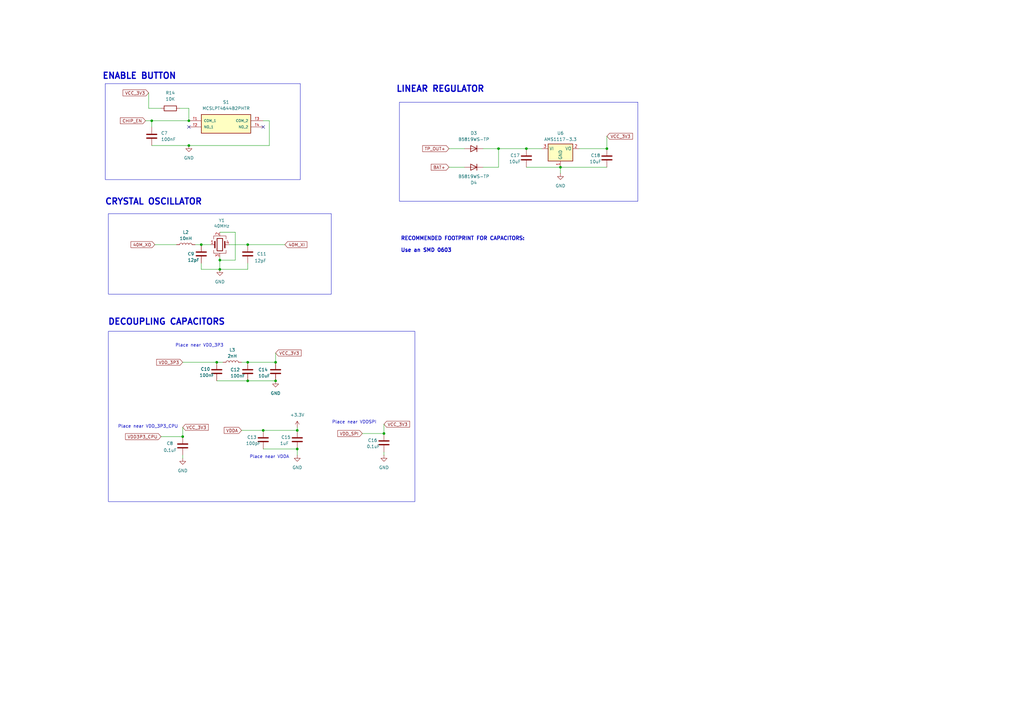
<source format=kicad_sch>
(kicad_sch (version 20250114) (generator "eeschema") (generator_version "9.0")
  (paper "A3")
  (title_block (title "hrm_appending_nodes") (date "2025-09-12") (rev "0.1.0") (company "Stan's Technologies"))
  (lib_symbols
    (symbol "Device:C" (pin_numbers (hide yes)) (pin_names (offset 0.254))
      (property "Reference" "C" (at 0.635 2.54 0))
      (property "Value" "C" (at 0.635 -2.54 0))
      (symbol "C_0_1"
        (polyline (pts (xy -2.032 0.762) (xy 2.032 0.762)) (stroke (width 0.508)))
        (polyline (pts (xy -2.032 -0.762) (xy 2.032 -0.762)) (stroke (width 0.508)))
      )
      (symbol "C_1_1"
        (pin passive line (at 0 3.81 270) (length 2.794) (name "~") (number "1"))
        (pin passive line (at 0 -3.81 90) (length 2.794) (name "~") (number "2"))
      )
    )
    (symbol "Device:Crystal_GND23" (pin_names (offset 1.016) (hide yes))
      (property "Reference" "Y" (at 3.175 5.08 0))
      (property "Value" "Crystal_GND23" (at 3.175 3.175 0))
      (symbol "Crystal_GND23_0_1"
        (polyline (pts (xy -2.54 2.286) (xy -2.54 3.556) (xy 2.54 3.556) (xy 2.54 2.286)))
        (polyline (pts (xy -2.54 0) (xy -2.032 0)))
        (polyline (pts (xy -2.54 -2.286) (xy -2.54 -3.556) (xy 2.54 -3.556) (xy 2.54 -2.286)))
        (polyline (pts (xy -2.032 -1.27) (xy -2.032 1.27)) (stroke (width 0.508)))
        (rectangle (start -1.143 2.54) (end 1.143 -2.54) (stroke (width 0.3048)))
        (polyline (pts (xy 0 3.556) (xy 0 3.81)))
        (polyline (pts (xy 0 -3.81) (xy 0 -3.556)))
        (polyline (pts (xy 2.032 0) (xy 2.54 0)))
        (polyline (pts (xy 2.032 -1.27) (xy 2.032 1.27)) (stroke (width 0.508)))
      )
      (symbol "Crystal_GND23_1_1"
        (pin passive line (at -3.81 0 0) (length 1.27) (name "1") (number "1"))
        (pin passive line (at 0 5.08 270) (length 1.27) (name "2") (number "2"))
        (pin passive line (at 0 -5.08 90) (length 1.27) (name "3") (number "3"))
        (pin passive line (at 3.81 0 180) (length 1.27) (name "4") (number "4"))
      )
    )
    (symbol "Device:D" (pin_numbers (hide yes)) (pin_names (offset 1.016) (hide yes))
      (property "Reference" "D" (at 0 2.54 0))
      (property "Value" "D" (at 0 -2.54 0))
      (symbol "D_0_1"
        (polyline (pts (xy -1.27 1.27) (xy -1.27 -1.27)) (stroke (width 0.254)))
        (polyline (pts (xy 1.27 1.27) (xy 1.27 -1.27) (xy -1.27 0) (xy 1.27 1.27)) (stroke (width 0.254)))
        (polyline (pts (xy 1.27 0) (xy -1.27 0)))
      )
      (symbol "D_1_1"
        (pin passive line (at -3.81 0 0) (length 2.54) (name "K") (number "1"))
        (pin passive line (at 3.81 0 180) (length 2.54) (name "A") (number "2"))
      )
    )
    (symbol "Device:L" (pin_numbers (hide yes)) (pin_names (offset 1.016) (hide yes))
      (property "Reference" "L" (at -1.27 0 90))
      (property "Value" "L" (at 1.905 0 90))
      (symbol "L_0_1"
        (arc (start 0 2.54) (mid 0.6323 1.905) (end 0 1.27))
        (arc (start 0 1.27) (mid 0.6323 0.635) (end 0 0))
        (arc (start 0 0) (mid 0.6323 -0.635) (end 0 -1.27))
        (arc (start 0 -1.27) (mid 0.6323 -1.905) (end 0 -2.54))
      )
      (symbol "L_1_1"
        (pin passive line (at 0 3.81 270) (length 1.27) (name "1") (number "1"))
        (pin passive line (at 0 -3.81 90) (length 1.27) (name "2") (number "2"))
      )
    )
    (symbol "Device:R" (pin_numbers (hide yes)) (pin_names (offset 0))
      (property "Reference" "R" (at 2.032 0 90))
      (property "Value" "R" (at 0 0 90))
      (symbol "R_0_1"
        (rectangle (start -1.016 -2.54) (end 1.016 2.54) (stroke (width 0.254)))
      )
      (symbol "R_1_1"
        (pin passive line (at 0 3.81 270) (length 1.27) (name "~") (number "1"))
        (pin passive line (at 0 -3.81 90) (length 1.27) (name "~") (number "2"))
      )
    )
    (symbol "Regulator_Linear:AMS1117-3.3"
      (property "Reference" "U" (at -3.81 3.175 0))
      (property "Value" "AMS1117-3.3" (at 0 3.175 0))
      (symbol "AMS1117-3.3_0_1"
        (rectangle (start -5.08 -5.08) (end 5.08 1.905) (stroke (width 0.254)) (fill (type background)))
      )
      (symbol "AMS1117-3.3_1_1"
        (pin power_in line (at -7.62 0 0) (length 2.54) (name "VI") (number "3"))
        (pin power_in line (at 0 -7.62 90) (length 2.54) (name "GND") (number "1"))
        (pin power_out line (at 7.62 0 180) (length 2.54) (name "VO") (number "2"))
      )
    )
    (symbol "Switch_MCSLPT4644B2PHTR:MCSLPT4644B2PHTR" (pin_names (offset 1.016))
      (property "Reference" "S" (at 26.67 7.62 0))
      (property "Value" "MCSLPT4644B2PHTR" (at 26.67 5.08 0))
      (symbol "MCSLPT4644B2PHTR_0_0"
        (rectangle (start 5.08 -5.08) (end 25.4 2.54) (stroke (width 0.254)) (fill (type background)))
        (pin bidirectional line (at 0 0 0) (length 5.08) (name "COM_1") (number "T1"))
        (pin bidirectional line (at 0 -2.54 0) (length 5.08) (name "NO_1") (number "T2"))
        (pin bidirectional line (at 30.48 0 180) (length 5.08) (name "COM_2") (number "T3"))
        (pin bidirectional line (at 30.48 -2.54 180) (length 5.08) (name "NO_2") (number "T4"))
      )
    )
    (symbol "power:+3.3V" (power) (pin_numbers (hide yes)) (pin_names (offset 0) (hide yes))
      (property "Value" "+3.3V" (at 0 3.556 0))
      (symbol "+3.3V_0_1"
        (polyline (pts (xy -0.762 1.27) (xy 0 2.54)))
        (polyline (pts (xy 0 2.54) (xy 0.762 1.27)))
        (polyline (pts (xy 0 0) (xy 0 2.54)))
      )
      (symbol "+3.3V_1_1"
        (pin power_in line (at 0 0 90) (length 0) (name "~") (number "1"))
      )
    )
    (symbol "power:GND" (power) (pin_numbers (hide yes)) (pin_names (offset 0) (hide yes))
      (property "Value" "GND" (at 0 -3.81 0))
      (symbol "GND_0_1"
        (polyline (pts (xy 0 0) (xy 0 -1.27) (xy 1.27 -1.27) (xy 0 -2.54) (xy -1.27 -1.27) (xy 0 -1.27)))
      )
      (symbol "GND_1_1"
        (pin power_in line (at 0 0 270) (length 0) (name "~") (number "1"))
      )
    )
  )
  (rectangle (start 44.45 87.63) (end 135.89 120.65))
  (rectangle (start 44.45 135.89) (end 170.18 205.74))
  (rectangle (start 43.18 34.29) (end 123.19 73.66))
  (rectangle (start 163.83 41.91) (end 261.62 82.55))
  (text "Place near VDDA\n\n" (at 110.49 188.468 0) (effects (font (size 1.27 1.27))))
  (text "RECOMMENDED FOOTPRINT FOR CAPACITORS:\n\nUse an SMD 0603" (at 164.338 100.33 0) (effects (font (size 1.5 1.5) (thickness 0.3) (bold yes)) (justify left)))
  (text "CRYSTAL OSCILLATOR" (at 62.992 82.804 0) (effects (font (size 2.5 2.5) (thickness 0.5) (bold yes))))
  (text "ENABLE BUTTON" (at 57.15 31.242 0) (effects (font (size 2.5 2.5) (thickness 0.5) (bold yes))))
  (text "Place near VDDSPI\n\n" (at 145.288 174.244 0) (effects (font (size 1.27 1.27))))
  (text "Place near VDD_3P3\n" (at 81.788 141.732 0) (effects (font (size 1.27 1.27))))
  (text "DECOUPLING CAPACITORS" (at 68.326 132.08 0) (effects (font (size 2.5 2.5) (thickness 0.5) (bold yes))))
  (text "Place near VDD_3P3_CPU\n\n" (at 60.706 176.022 0) (effects (font (size 1.27 1.27))))
  (text "LINEAR REGULATOR" (at 180.594 36.576 0) (effects (font (size 2.5 2.5) (thickness 0.5) (bold yes))))
  (junction (at 77.47 49.53))
  (junction (at 74.93 179.07))
  (junction (at 215.9 60.96))
  (junction (at 88.9 148.59))
  (junction (at 101.6 156.21))
  (junction (at 101.6 100.33))
  (junction (at 229.87 68.58))
  (junction (at 90.17 110.49))
  (junction (at 121.92 184.15))
  (junction (at 82.55 100.33))
  (junction (at 113.03 156.21))
  (junction (at 248.92 60.96))
  (junction (at 90.17 106.68))
  (junction (at 101.6 148.59))
  (junction (at 77.47 59.69))
  (junction (at 121.92 176.53))
  (junction (at 204.47 60.96))
  (junction (at 157.48 177.8))
  (junction (at 62.23 49.53))
  (junction (at 107.95 176.53))
  (junction (at 113.03 148.59))
  (no_connect (at 77.47 52.07))
  (no_connect (at 107.95 52.07))
  (wire (pts (xy 113.03 144.78) (xy 113.03 148.59)))
  (wire (pts (xy 148.59 177.8) (xy 157.48 177.8)))
  (wire (pts (xy 110.49 59.69) (xy 77.47 59.69)))
  (wire (pts (xy 90.17 95.25) (xy 96.52 95.25)))
  (wire (pts (xy 93.98 100.33) (xy 101.6 100.33)))
  (wire (pts (xy 101.6 110.49) (xy 90.17 110.49)))
  (wire (pts (xy 82.55 110.49) (xy 90.17 110.49)))
  (wire (pts (xy 99.06 148.59) (xy 101.6 148.59)))
  (wire (pts (xy 204.47 68.58) (xy 204.47 60.96)))
  (wire (pts (xy 107.95 176.53) (xy 121.92 176.53)))
  (wire (pts (xy 157.48 173.99) (xy 157.48 177.8)))
  (wire (pts (xy 229.87 68.58) (xy 248.92 68.58)))
  (wire (pts (xy 60.96 38.1) (xy 60.96 44.45)))
  (wire (pts (xy 82.55 100.33) (xy 86.36 100.33)))
  (wire (pts (xy 110.49 49.53) (xy 110.49 59.69)))
  (wire (pts (xy 80.01 100.33) (xy 82.55 100.33)))
  (wire (pts (xy 184.15 68.58) (xy 190.5 68.58)))
  (wire (pts (xy 63.5 100.33) (xy 72.39 100.33)))
  (wire (pts (xy 248.92 55.88) (xy 248.92 60.96)))
  (wire (pts (xy 62.23 49.53) (xy 77.47 49.53)))
  (wire (pts (xy 204.47 60.96) (xy 215.9 60.96)))
  (wire (pts (xy 74.93 175.26) (xy 74.93 179.07)))
  (wire (pts (xy 198.12 68.58) (xy 204.47 68.58)))
  (wire (pts (xy 82.55 107.95) (xy 82.55 110.49)))
  (wire (pts (xy 90.17 106.68) (xy 90.17 110.49)))
  (wire (pts (xy 66.04 179.07) (xy 74.93 179.07)))
  (wire (pts (xy 90.17 106.68) (xy 90.17 105.41)))
  (wire (pts (xy 99.06 176.53) (xy 107.95 176.53)))
  (wire (pts (xy 60.96 44.45) (xy 66.04 44.45)))
  (wire (pts (xy 74.93 148.59) (xy 88.9 148.59)))
  (wire (pts (xy 107.95 49.53) (xy 110.49 49.53)))
  (wire (pts (xy 184.15 60.96) (xy 190.5 60.96)))
  (wire (pts (xy 101.6 107.95) (xy 101.6 110.49)))
  (wire (pts (xy 96.52 106.68) (xy 90.17 106.68)))
  (wire (pts (xy 121.92 175.26) (xy 121.92 176.53)))
  (wire (pts (xy 198.12 60.96) (xy 204.47 60.96)))
  (wire (pts (xy 59.69 49.53) (xy 62.23 49.53)))
  (wire (pts (xy 101.6 100.33) (xy 116.84 100.33)))
  (wire (pts (xy 101.6 156.21) (xy 113.03 156.21)))
  (wire (pts (xy 229.87 68.58) (xy 229.87 71.12)))
  (wire (pts (xy 62.23 59.69) (xy 77.47 59.69)))
  (wire (pts (xy 74.93 186.69) (xy 74.93 187.96)))
  (wire (pts (xy 88.9 156.21) (xy 101.6 156.21)))
  (wire (pts (xy 88.9 148.59) (xy 91.44 148.59)))
  (wire (pts (xy 96.52 95.25) (xy 96.52 106.68)))
  (wire (pts (xy 107.95 184.15) (xy 121.92 184.15)))
  (wire (pts (xy 73.66 44.45) (xy 77.47 44.45)))
  (wire (pts (xy 215.9 68.58) (xy 229.87 68.58)))
  (wire (pts (xy 215.9 60.96) (xy 222.25 60.96)))
  (wire (pts (xy 121.92 184.15) (xy 121.92 186.69)))
  (wire (pts (xy 101.6 148.59) (xy 113.03 148.59)))
  (wire (pts (xy 77.47 44.45) (xy 77.47 49.53)))
  (wire (pts (xy 62.23 49.53) (xy 62.23 52.07)))
  (wire (pts (xy 237.49 60.96) (xy 248.92 60.96)))
  (wire (pts (xy 157.48 185.42) (xy 157.48 186.69)))
  (global_label "VCC_3V3" (shape input) (at 74.93 175.26 0) (property "Intersheetrefs" "${INTERSHEET_REFS}" (effects (hide yes))))
  (global_label "VDD_SPI" (shape input) (at 148.59 177.8 180) (property "Intersheetrefs" "${INTERSHEET_REFS}" (effects (hide yes))))
  (global_label "VCC_3V3" (shape input) (at 248.92 55.88 0) (property "Intersheetrefs" "${INTERSHEET_REFS}" (effects (hide yes))))
  (global_label "CHIP_EN" (shape input) (at 59.69 49.53 180) (property "Intersheetrefs" "${INTERSHEET_REFS}" (effects (hide yes))))
  (global_label "40M_XI" (shape input) (at 116.84 100.33 0) (property "Intersheetrefs" "${INTERSHEET_REFS}" (effects (hide yes))))
  (global_label "VCC_3V3" (shape input) (at 60.96 38.1 180) (property "Intersheetrefs" "${INTERSHEET_REFS}" (effects (hide yes))))
  (global_label "VCC_3V3" (shape input) (at 113.03 144.78 0) (property "Intersheetrefs" "${INTERSHEET_REFS}" (effects (hide yes))))
  (global_label "VDDA" (shape input) (at 99.06 176.53 180) (property "Intersheetrefs" "${INTERSHEET_REFS}" (effects (hide yes))))
  (global_label "VDD_3P3" (shape input) (at 74.93 148.59 180) (property "Intersheetrefs" "${INTERSHEET_REFS}" (effects (hide yes))))
  (global_label "BAT+" (shape input) (at 184.15 68.58 180) (property "Intersheetrefs" "${INTERSHEET_REFS}" (effects (hide yes))))
  (global_label "VDD3P3_CPU" (shape input) (at 66.04 179.07 180) (property "Intersheetrefs" "${INTERSHEET_REFS}" (effects (hide yes))))
  (global_label "TP_OUT+" (shape input) (at 184.15 60.96 180) (property "Intersheetrefs" "${INTERSHEET_REFS}" (effects (hide yes))))
  (global_label "40M_XO" (shape input) (at 63.5 100.33 180) (property "Intersheetrefs" "${INTERSHEET_REFS}" (effects (hide yes))))
  (global_label "VCC_3V3" (shape input) (at 157.48 173.99 0) (property "Intersheetrefs" "${INTERSHEET_REFS}" (effects (hide yes))))
  (symbol (lib_id "Device:C") (at 88.9 152.4 0) (unit 1)
    (property "Reference" "C10" (at 82.296 151.384 0) (effects (justify left)))
    (property "Value" "100nF" (at 81.788 153.924 0) (effects (justify left)))
    (property "Description" "Unpolarized capacitor" (effects (hide yes)))
  )
  (symbol (lib_id "Device:C") (at 121.92 180.34 0) (unit 1)
    (property "Reference" "C15" (at 115.316 179.324 0) (effects (justify left)))
    (property "Value" "1uF" (at 114.808 181.864 0) (effects (justify left)))
    (property "Description" "Unpolarized capacitor" (effects (hide yes)))
  )
  (symbol (lib_id "power:GND") (at 229.87 71.12 0) (unit 1)
    (property "Reference" "#PWR021" (effects (hide yes)))
    (property "Value" "GND" (at 229.87 76.2 0))
    (property "Description" "Power symbol creates a global label with name \"GND\" , ground" (effects (hide yes)))
  )
  (symbol (lib_id "Device:C") (at 62.23 55.88 0) (unit 1)
    (property "Reference" "C7" (at 66.04 54.6099 0) (effects (justify left)))
    (property "Value" "100nF" (at 66.04 57.1499 0) (effects (justify left)))
    (property "Description" "Unpolarized capacitor" (effects (hide yes)))
  )
  (symbol (lib_id "Device:C") (at 101.6 152.4 0) (unit 1)
    (property "Reference" "C12" (at 94.488 151.638 0) (effects (justify left)))
    (property "Value" "100nF" (at 94.488 154.178 0) (effects (justify left)))
    (property "Description" "Unpolarized capacitor" (effects (hide yes)))
  )
  (symbol (lib_id "Device:C") (at 82.55 104.14 0) (unit 1)
    (property "Reference" "C9" (at 76.962 104.14 0) (effects (justify left)))
    (property "Value" "12pF" (at 76.962 106.68 0) (effects (justify left)))
    (property "Description" "Unpolarized capacitor" (effects (hide yes)))
  )
  (symbol (lib_id "Regulator_Linear:AMS1117-3.3") (at 229.87 60.96 0) (unit 1)
    (property "Reference" "U6" (at 229.87 54.61 0))
    (property "Value" "AMS1117-3.3" (at 229.87 57.15 0))
    (property "Footprint" "Package_TO_SOT_SMD:SOT-223-3_TabPin2" (effects (hide yes)))
    (property "Datasheet" "http://www.advanced-monolithic.com/pdf/ds1117.pdf" (effects (hide yes)))
    (property "Description" "1A Low Dropout regulator, positive, 3.3V fixed output, SOT-223" (effects (hide yes)))
  )
  (symbol (lib_id "Device:C") (at 74.93 182.88 0) (unit 1)
    (property "Reference" "C8" (at 68.326 181.864 0) (effects (justify left)))
    (property "Value" "0.1uF" (at 67.056 184.658 0) (effects (justify left)))
    (property "Description" "Unpolarized capacitor" (effects (hide yes)))
  )
  (symbol (lib_id "Device:R") (at 69.85 44.45 90) (unit 1)
    (property "Reference" "R14" (at 69.85 38.1 90))
    (property "Value" "10K" (at 69.85 40.64 90))
    (property "Description" "Resistor" (effects (hide yes)))
  )
  (symbol (lib_id "Switch_MCSLPT4644B2PHTR:MCSLPT4644B2PHTR") (at 77.47 49.53 0) (unit 1)
    (property "Reference" "S1" (at 92.71 41.91 0))
    (property "Value" "MCSLPT4644B2PHTR" (at 92.71 44.45 0))
    (property "Footprint" "MCSLPT4644B2PHTR:MCSLPT4644B2PHTR" (effects (hide yes)))
    (property "MANUFACTURER_NAME" "TE Connectivity" (effects (hide yes)))
    (property "MF" "TE Connectivity ALCOSWITCH Switches" (effects (hide yes)))
    (property "MOUSER_PRICE-STOCK" "https://www.mouser.com/Search/Refine.aspx?Keyword=506-MCSLPT4644B2PHTR" (effects (hide yes)))
    (property "DESCRIPTION" "TE CONNECTIVITY / ALCOSWITCH - MCSLPT4644B2PHTR - TACT SWITCH, SPST-NO, 0.05A, 12VDC, SMD" (effects (hide yes)))
    (property "MOUSER_PART_NUMBER" "506-MCSLPT4644B2PHTR" (effects (hide yes)))
    (property "Price" "None" (effects (hide yes)))
    (property "Package" "None" (effects (hide yes)))
    (property "Check_prices" "https://www.snapeda.com/parts/MCSLPT4644B2PHTR/TE+Connectivity+ALCOSWITCH+Switches/view-part/?ref=eda" (effects (hide yes)))
    (property "HEIGHT" "1.05mm" (effects (hide yes)))
    (property "SnapEDA_Link" "https://www.snapeda.com/parts/MCSLPT4644B2PHTR/TE+Connectivity+ALCOSWITCH+Switches/view-part/?ref=snap" (effects (hide yes)))
    (property "MP" "MCSLPT4644B2PHTR" (effects (hide yes)))
    (property "Description_1" "Tactile Switch SPST-NO Top Actuated Surface Mount" (effects (hide yes)))
    (property "Availability" "In Stock" (effects (hide yes)))
    (property "MANUFACTURER_PART_NUMBER" "MCSLPT4644B2PHTR" (effects (hide yes)))
  )
  (symbol (lib_id "power:GND") (at 77.47 59.69 0) (unit 1)
    (property "Reference" "#PWR015" (effects (hide yes)))
    (property "Value" "GND" (at 77.47 64.77 0))
    (property "Description" "Power symbol creates a global label with name \"GND\" , ground" (effects (hide yes)))
  )
  (symbol (lib_id "power:GND") (at 121.92 186.69 0) (unit 1)
    (property "Reference" "#PWR019" (effects (hide yes)))
    (property "Value" "GND" (at 121.92 191.77 0))
    (property "Description" "Power symbol creates a global label with name \"GND\" , ground" (effects (hide yes)))
  )
  (symbol (lib_id "Device:D") (at 194.31 68.58 0) (mirror y) (unit 1)
    (property "Reference" "D4" (at 194.31 74.93 0))
    (property "Value" "B5819WS-TP" (at 194.31 72.39 0))
    (property "Description" "Diode" (effects (hide yes)))
    (property "Sim.Device" "D" (effects (hide yes)))
    (property "Sim.Pins" "1=K 2=A" (effects (hide yes)))
  )
  (symbol (lib_id "Device:C") (at 157.48 181.61 0) (unit 1)
    (property "Reference" "C16" (at 150.876 180.594 0) (effects (justify left)))
    (property "Value" "0.1uF" (at 150.368 183.134 0) (effects (justify left)))
    (property "Description" "Unpolarized capacitor" (effects (hide yes)))
  )
  (symbol (lib_id "Device:C") (at 248.92 64.77 0) (unit 1)
    (property "Reference" "C18" (at 242.316 63.754 0) (effects (justify left)))
    (property "Value" "10uF" (at 241.808 66.294 0) (effects (justify left)))
    (property "Description" "Unpolarized capacitor" (effects (hide yes)))
  )
  (symbol (lib_id "Device:L") (at 95.25 148.59 90) (unit 1)
    (property "Reference" "L3" (at 95.25 143.51 90))
    (property "Value" "2nH" (at 95.25 146.05 90))
    (property "Description" "Inductor" (effects (hide yes)))
  )
  (symbol (lib_id "power:GND") (at 113.03 156.21 0) (unit 1)
    (property "Reference" "#PWR017" (effects (hide yes)))
    (property "Value" "GND" (at 113.03 161.29 0))
    (property "Description" "Power symbol creates a global label with name \"GND\" , ground" (effects (hide yes)))
  )
  (symbol (lib_id "Device:C") (at 101.6 104.14 0) (unit 1)
    (property "Reference" "C11" (at 105.41 104.14 0) (effects (justify left)))
    (property "Value" "12pF" (at 104.394 106.934 0) (effects (justify left)))
    (property "Description" "Unpolarized capacitor" (effects (hide yes)))
  )
  (symbol (lib_id "Device:D") (at 194.31 60.96 180) (unit 1)
    (property "Reference" "D3" (at 194.31 54.61 0))
    (property "Value" "B5819WS-TP" (at 194.31 57.15 0))
    (property "Description" "Diode" (effects (hide yes)))
    (property "Sim.Device" "D" (effects (hide yes)))
    (property "Sim.Pins" "1=K 2=A" (effects (hide yes)))
  )
  (symbol (lib_id "Device:C") (at 215.9 64.77 0) (unit 1)
    (property "Reference" "C17" (at 209.296 63.754 0) (effects (justify left)))
    (property "Value" "10uF" (at 208.788 66.294 0) (effects (justify left)))
    (property "Description" "Unpolarized capacitor" (effects (hide yes)))
  )
  (symbol (lib_id "Device:C") (at 107.95 180.34 0) (unit 1)
    (property "Reference" "C13" (at 101.346 179.324 0) (effects (justify left)))
    (property "Value" "100pF" (at 100.838 181.864 0) (effects (justify left)))
    (property "Description" "Unpolarized capacitor" (effects (hide yes)))
  )
  (symbol (lib_id "power:GND") (at 157.48 186.69 0) (unit 1)
    (property "Reference" "#PWR020" (effects (hide yes)))
    (property "Value" "GND" (at 157.48 191.77 0))
    (property "Description" "Power symbol creates a global label with name \"GND\" , ground" (effects (hide yes)))
  )
  (symbol (lib_id "power:+3.3V") (at 121.92 175.26 0) (unit 1)
    (property "Reference" "#PWR018" (effects (hide yes)))
    (property "Value" "+3.3V" (at 121.92 170.18 0))
    (property "Description" "Power symbol creates a global label with name \"+3.3V\"" (effects (hide yes)))
  )
  (symbol (lib_id "Device:Crystal_GND23") (at 90.17 100.33 0) (unit 1)
    (property "Reference" "Y1" (at 90.932 90.424 0))
    (property "Value" "40MHz" (at 90.932 92.71 0))
    (property "Description" "Four pin crystal, GND on pins 2 and 3" (effects (hide yes)))
  )
  (symbol (lib_id "Device:C") (at 113.03 152.4 0) (unit 1)
    (property "Reference" "C14" (at 105.918 151.638 0) (effects (justify left)))
    (property "Value" "10uF" (at 105.918 154.178 0) (effects (justify left)))
    (property "Description" "Unpolarized capacitor" (effects (hide yes)))
  )
  (symbol (lib_id "power:GND") (at 90.17 110.49 0) (unit 1)
    (property "Reference" "#PWR016" (effects (hide yes)))
    (property "Value" "GND" (at 90.17 115.57 0))
    (property "Description" "Power symbol creates a global label with name \"GND\" , ground" (effects (hide yes)))
  )
  (symbol (lib_id "power:GND") (at 74.93 187.96 0) (unit 1)
    (property "Reference" "#PWR014" (effects (hide yes)))
    (property "Value" "GND" (at 74.93 193.04 0))
    (property "Description" "Power symbol creates a global label with name \"GND\" , ground" (effects (hide yes)))
  )
  (symbol (lib_id "Device:L") (at 76.2 100.33 90) (unit 1)
    (property "Reference" "L2" (at 76.2 95.25 90))
    (property "Value" "10nH" (at 76.2 97.79 90))
    (property "Description" "Inductor" (effects (hide yes)))
  )
)
</source>
